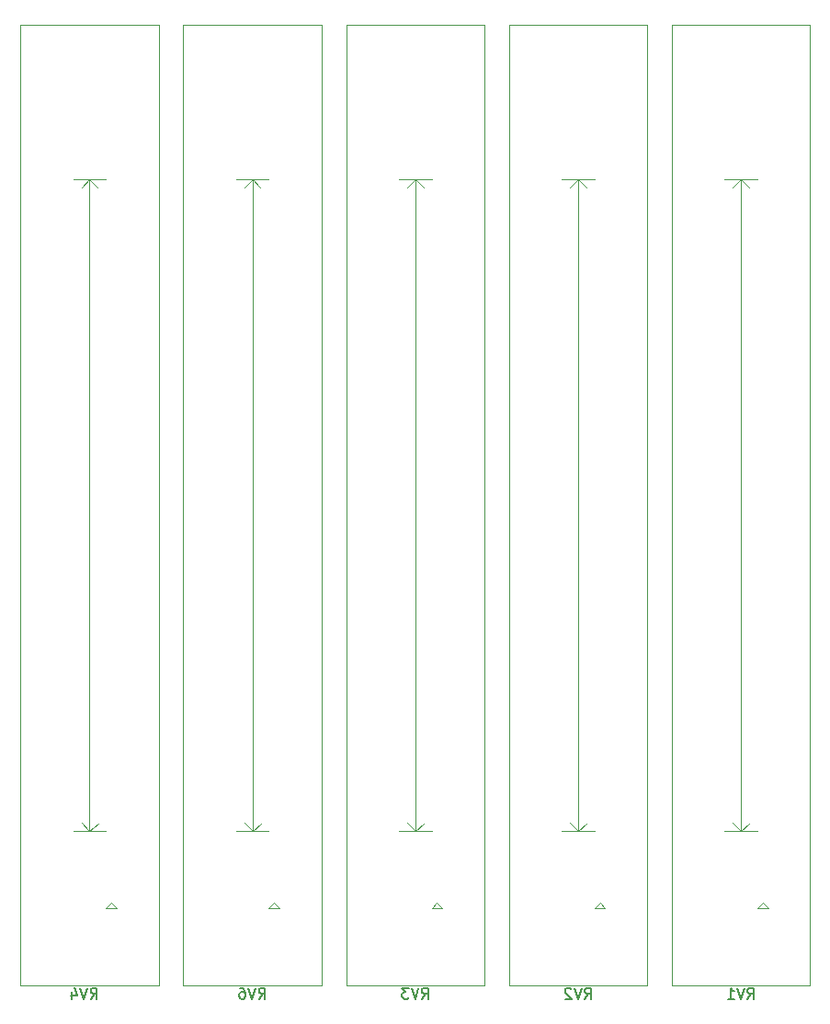
<source format=gbr>
%TF.GenerationSoftware,KiCad,Pcbnew,5.1.9-73d0e3b20d~88~ubuntu20.04.1*%
%TF.CreationDate,2021-04-01T11:15:01-04:00*%
%TF.ProjectId,ao_dc_mixer,616f5f64-635f-46d6-9978-65722e6b6963,rev?*%
%TF.SameCoordinates,Original*%
%TF.FileFunction,Legend,Bot*%
%TF.FilePolarity,Positive*%
%FSLAX46Y46*%
G04 Gerber Fmt 4.6, Leading zero omitted, Abs format (unit mm)*
G04 Created by KiCad (PCBNEW 5.1.9-73d0e3b20d~88~ubuntu20.04.1) date 2021-04-01 11:15:01*
%MOMM*%
%LPD*%
G01*
G04 APERTURE LIST*
%ADD10C,0.120000*%
%ADD11C,0.150000*%
G04 APERTURE END LIST*
D10*
%TO.C,RV4*%
X100000000Y-70000000D02*
X99250000Y-70750000D01*
X100750000Y-70750000D02*
X100000000Y-70000000D01*
X101500000Y-70000000D02*
X98500000Y-70000000D01*
X100000000Y-130000000D02*
X99250000Y-129250000D01*
X100780000Y-129280000D02*
X100000000Y-130000000D01*
X101500000Y-130000000D02*
X98500000Y-130000000D01*
X100000000Y-130000000D02*
X100000000Y-70000000D01*
X101500000Y-137085000D02*
X102000000Y-136585000D01*
X102500000Y-137085000D02*
X101500000Y-137085000D01*
X102000000Y-136585000D02*
X102500000Y-137085000D01*
X106370000Y-55780000D02*
X93630000Y-55780000D01*
X106370000Y-144220000D02*
X93630000Y-144220000D01*
X93630000Y-144220000D02*
X93630000Y-55780000D01*
X106370000Y-144220000D02*
X106370000Y-55780000D01*
%TO.C,RV6*%
X115000000Y-70000000D02*
X114250000Y-70750000D01*
X115750000Y-70750000D02*
X115000000Y-70000000D01*
X116500000Y-70000000D02*
X113500000Y-70000000D01*
X115000000Y-130000000D02*
X114250000Y-129250000D01*
X115780000Y-129280000D02*
X115000000Y-130000000D01*
X116500000Y-130000000D02*
X113500000Y-130000000D01*
X115000000Y-130000000D02*
X115000000Y-70000000D01*
X116500000Y-137085000D02*
X117000000Y-136585000D01*
X117500000Y-137085000D02*
X116500000Y-137085000D01*
X117000000Y-136585000D02*
X117500000Y-137085000D01*
X121370000Y-55780000D02*
X108630000Y-55780000D01*
X121370000Y-144220000D02*
X108630000Y-144220000D01*
X108630000Y-144220000D02*
X108630000Y-55780000D01*
X121370000Y-144220000D02*
X121370000Y-55780000D01*
%TO.C,RV3*%
X130000000Y-70000000D02*
X129250000Y-70750000D01*
X130750000Y-70750000D02*
X130000000Y-70000000D01*
X131500000Y-70000000D02*
X128500000Y-70000000D01*
X130000000Y-130000000D02*
X129250000Y-129250000D01*
X130780000Y-129280000D02*
X130000000Y-130000000D01*
X131500000Y-130000000D02*
X128500000Y-130000000D01*
X130000000Y-130000000D02*
X130000000Y-70000000D01*
X131500000Y-137085000D02*
X132000000Y-136585000D01*
X132500000Y-137085000D02*
X131500000Y-137085000D01*
X132000000Y-136585000D02*
X132500000Y-137085000D01*
X136370000Y-55780000D02*
X123630000Y-55780000D01*
X136370000Y-144220000D02*
X123630000Y-144220000D01*
X123630000Y-144220000D02*
X123630000Y-55780000D01*
X136370000Y-144220000D02*
X136370000Y-55780000D01*
%TO.C,RV2*%
X145000000Y-70000000D02*
X144250000Y-70750000D01*
X145750000Y-70750000D02*
X145000000Y-70000000D01*
X146500000Y-70000000D02*
X143500000Y-70000000D01*
X145000000Y-130000000D02*
X144250000Y-129250000D01*
X145780000Y-129280000D02*
X145000000Y-130000000D01*
X146500000Y-130000000D02*
X143500000Y-130000000D01*
X145000000Y-130000000D02*
X145000000Y-70000000D01*
X146500000Y-137085000D02*
X147000000Y-136585000D01*
X147500000Y-137085000D02*
X146500000Y-137085000D01*
X147000000Y-136585000D02*
X147500000Y-137085000D01*
X151370000Y-55780000D02*
X138630000Y-55780000D01*
X151370000Y-144220000D02*
X138630000Y-144220000D01*
X138630000Y-144220000D02*
X138630000Y-55780000D01*
X151370000Y-144220000D02*
X151370000Y-55780000D01*
%TO.C,RV1*%
X160000000Y-70000000D02*
X159250000Y-70750000D01*
X160750000Y-70750000D02*
X160000000Y-70000000D01*
X161500000Y-70000000D02*
X158500000Y-70000000D01*
X160000000Y-130000000D02*
X159250000Y-129250000D01*
X160780000Y-129280000D02*
X160000000Y-130000000D01*
X161500000Y-130000000D02*
X158500000Y-130000000D01*
X160000000Y-130000000D02*
X160000000Y-70000000D01*
X161500000Y-137085000D02*
X162000000Y-136585000D01*
X162500000Y-137085000D02*
X161500000Y-137085000D01*
X162000000Y-136585000D02*
X162500000Y-137085000D01*
X166370000Y-55780000D02*
X153630000Y-55780000D01*
X166370000Y-144220000D02*
X153630000Y-144220000D01*
X153630000Y-144220000D02*
X153630000Y-55780000D01*
X166370000Y-144220000D02*
X166370000Y-55780000D01*
%TO.C,RV4*%
D11*
X100095238Y-145452380D02*
X100428571Y-144976190D01*
X100666666Y-145452380D02*
X100666666Y-144452380D01*
X100285714Y-144452380D01*
X100190476Y-144500000D01*
X100142857Y-144547619D01*
X100095238Y-144642857D01*
X100095238Y-144785714D01*
X100142857Y-144880952D01*
X100190476Y-144928571D01*
X100285714Y-144976190D01*
X100666666Y-144976190D01*
X99809523Y-144452380D02*
X99476190Y-145452380D01*
X99142857Y-144452380D01*
X98380952Y-144785714D02*
X98380952Y-145452380D01*
X98619047Y-144404761D02*
X98857142Y-145119047D01*
X98238095Y-145119047D01*
%TO.C,RV6*%
X115595238Y-145452380D02*
X115928571Y-144976190D01*
X116166666Y-145452380D02*
X116166666Y-144452380D01*
X115785714Y-144452380D01*
X115690476Y-144500000D01*
X115642857Y-144547619D01*
X115595238Y-144642857D01*
X115595238Y-144785714D01*
X115642857Y-144880952D01*
X115690476Y-144928571D01*
X115785714Y-144976190D01*
X116166666Y-144976190D01*
X115309523Y-144452380D02*
X114976190Y-145452380D01*
X114642857Y-144452380D01*
X113880952Y-144452380D02*
X114071428Y-144452380D01*
X114166666Y-144500000D01*
X114214285Y-144547619D01*
X114309523Y-144690476D01*
X114357142Y-144880952D01*
X114357142Y-145261904D01*
X114309523Y-145357142D01*
X114261904Y-145404761D01*
X114166666Y-145452380D01*
X113976190Y-145452380D01*
X113880952Y-145404761D01*
X113833333Y-145357142D01*
X113785714Y-145261904D01*
X113785714Y-145023809D01*
X113833333Y-144928571D01*
X113880952Y-144880952D01*
X113976190Y-144833333D01*
X114166666Y-144833333D01*
X114261904Y-144880952D01*
X114309523Y-144928571D01*
X114357142Y-145023809D01*
%TO.C,RV3*%
X130595238Y-145452380D02*
X130928571Y-144976190D01*
X131166666Y-145452380D02*
X131166666Y-144452380D01*
X130785714Y-144452380D01*
X130690476Y-144500000D01*
X130642857Y-144547619D01*
X130595238Y-144642857D01*
X130595238Y-144785714D01*
X130642857Y-144880952D01*
X130690476Y-144928571D01*
X130785714Y-144976190D01*
X131166666Y-144976190D01*
X130309523Y-144452380D02*
X129976190Y-145452380D01*
X129642857Y-144452380D01*
X129404761Y-144452380D02*
X128785714Y-144452380D01*
X129119047Y-144833333D01*
X128976190Y-144833333D01*
X128880952Y-144880952D01*
X128833333Y-144928571D01*
X128785714Y-145023809D01*
X128785714Y-145261904D01*
X128833333Y-145357142D01*
X128880952Y-145404761D01*
X128976190Y-145452380D01*
X129261904Y-145452380D01*
X129357142Y-145404761D01*
X129404761Y-145357142D01*
%TO.C,RV2*%
X145595238Y-145452380D02*
X145928571Y-144976190D01*
X146166666Y-145452380D02*
X146166666Y-144452380D01*
X145785714Y-144452380D01*
X145690476Y-144500000D01*
X145642857Y-144547619D01*
X145595238Y-144642857D01*
X145595238Y-144785714D01*
X145642857Y-144880952D01*
X145690476Y-144928571D01*
X145785714Y-144976190D01*
X146166666Y-144976190D01*
X145309523Y-144452380D02*
X144976190Y-145452380D01*
X144642857Y-144452380D01*
X144357142Y-144547619D02*
X144309523Y-144500000D01*
X144214285Y-144452380D01*
X143976190Y-144452380D01*
X143880952Y-144500000D01*
X143833333Y-144547619D01*
X143785714Y-144642857D01*
X143785714Y-144738095D01*
X143833333Y-144880952D01*
X144404761Y-145452380D01*
X143785714Y-145452380D01*
%TO.C,RV1*%
X160595238Y-145452380D02*
X160928571Y-144976190D01*
X161166666Y-145452380D02*
X161166666Y-144452380D01*
X160785714Y-144452380D01*
X160690476Y-144500000D01*
X160642857Y-144547619D01*
X160595238Y-144642857D01*
X160595238Y-144785714D01*
X160642857Y-144880952D01*
X160690476Y-144928571D01*
X160785714Y-144976190D01*
X161166666Y-144976190D01*
X160309523Y-144452380D02*
X159976190Y-145452380D01*
X159642857Y-144452380D01*
X158785714Y-145452380D02*
X159357142Y-145452380D01*
X159071428Y-145452380D02*
X159071428Y-144452380D01*
X159166666Y-144595238D01*
X159261904Y-144690476D01*
X159357142Y-144738095D01*
%TD*%
M02*

</source>
